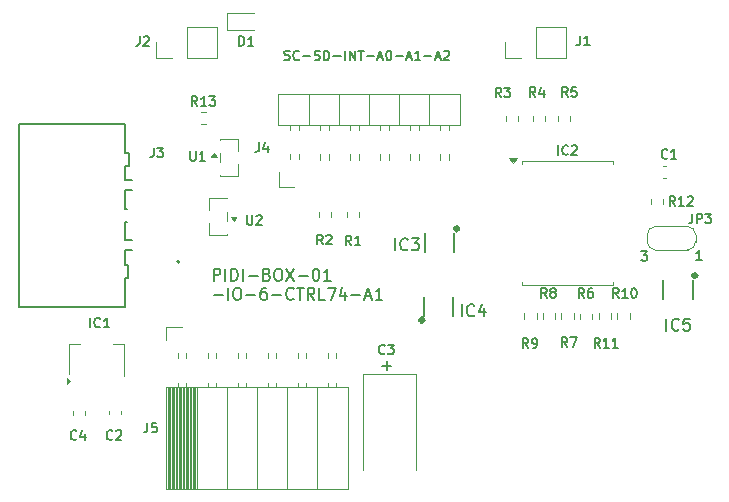
<source format=gbr>
%TF.GenerationSoftware,KiCad,Pcbnew,9.0.6*%
%TF.CreationDate,2025-12-26T20:18:53+00:00*%
%TF.ProjectId,PIDI-BOX-01-IO-6-CTRL74-A1,50494449-2d42-44f5-982d-30312d494f2d,rev?*%
%TF.SameCoordinates,Original*%
%TF.FileFunction,Legend,Top*%
%TF.FilePolarity,Positive*%
%FSLAX46Y46*%
G04 Gerber Fmt 4.6, Leading zero omitted, Abs format (unit mm)*
G04 Created by KiCad (PCBNEW 9.0.6) date 2025-12-26 20:18:53*
%MOMM*%
%LPD*%
G01*
G04 APERTURE LIST*
%ADD10C,0.150000*%
%ADD11C,0.200000*%
%ADD12C,0.120000*%
%ADD13C,0.152400*%
%ADD14C,0.350000*%
G04 APERTURE END LIST*
D10*
X124355464Y-87740200D02*
X124469750Y-87778295D01*
X124469750Y-87778295D02*
X124660226Y-87778295D01*
X124660226Y-87778295D02*
X124736417Y-87740200D01*
X124736417Y-87740200D02*
X124774512Y-87702104D01*
X124774512Y-87702104D02*
X124812607Y-87625914D01*
X124812607Y-87625914D02*
X124812607Y-87549723D01*
X124812607Y-87549723D02*
X124774512Y-87473533D01*
X124774512Y-87473533D02*
X124736417Y-87435438D01*
X124736417Y-87435438D02*
X124660226Y-87397342D01*
X124660226Y-87397342D02*
X124507845Y-87359247D01*
X124507845Y-87359247D02*
X124431655Y-87321152D01*
X124431655Y-87321152D02*
X124393560Y-87283057D01*
X124393560Y-87283057D02*
X124355464Y-87206866D01*
X124355464Y-87206866D02*
X124355464Y-87130676D01*
X124355464Y-87130676D02*
X124393560Y-87054485D01*
X124393560Y-87054485D02*
X124431655Y-87016390D01*
X124431655Y-87016390D02*
X124507845Y-86978295D01*
X124507845Y-86978295D02*
X124698322Y-86978295D01*
X124698322Y-86978295D02*
X124812607Y-87016390D01*
X125612608Y-87702104D02*
X125574512Y-87740200D01*
X125574512Y-87740200D02*
X125460227Y-87778295D01*
X125460227Y-87778295D02*
X125384036Y-87778295D01*
X125384036Y-87778295D02*
X125269750Y-87740200D01*
X125269750Y-87740200D02*
X125193560Y-87664009D01*
X125193560Y-87664009D02*
X125155465Y-87587819D01*
X125155465Y-87587819D02*
X125117369Y-87435438D01*
X125117369Y-87435438D02*
X125117369Y-87321152D01*
X125117369Y-87321152D02*
X125155465Y-87168771D01*
X125155465Y-87168771D02*
X125193560Y-87092580D01*
X125193560Y-87092580D02*
X125269750Y-87016390D01*
X125269750Y-87016390D02*
X125384036Y-86978295D01*
X125384036Y-86978295D02*
X125460227Y-86978295D01*
X125460227Y-86978295D02*
X125574512Y-87016390D01*
X125574512Y-87016390D02*
X125612608Y-87054485D01*
X125955465Y-87473533D02*
X126564989Y-87473533D01*
X126907845Y-87740200D02*
X127022131Y-87778295D01*
X127022131Y-87778295D02*
X127212607Y-87778295D01*
X127212607Y-87778295D02*
X127288798Y-87740200D01*
X127288798Y-87740200D02*
X127326893Y-87702104D01*
X127326893Y-87702104D02*
X127364988Y-87625914D01*
X127364988Y-87625914D02*
X127364988Y-87549723D01*
X127364988Y-87549723D02*
X127326893Y-87473533D01*
X127326893Y-87473533D02*
X127288798Y-87435438D01*
X127288798Y-87435438D02*
X127212607Y-87397342D01*
X127212607Y-87397342D02*
X127060226Y-87359247D01*
X127060226Y-87359247D02*
X126984036Y-87321152D01*
X126984036Y-87321152D02*
X126945941Y-87283057D01*
X126945941Y-87283057D02*
X126907845Y-87206866D01*
X126907845Y-87206866D02*
X126907845Y-87130676D01*
X126907845Y-87130676D02*
X126945941Y-87054485D01*
X126945941Y-87054485D02*
X126984036Y-87016390D01*
X126984036Y-87016390D02*
X127060226Y-86978295D01*
X127060226Y-86978295D02*
X127250703Y-86978295D01*
X127250703Y-86978295D02*
X127364988Y-87016390D01*
X127707846Y-87778295D02*
X127707846Y-86978295D01*
X127707846Y-86978295D02*
X127898322Y-86978295D01*
X127898322Y-86978295D02*
X128012608Y-87016390D01*
X128012608Y-87016390D02*
X128088798Y-87092580D01*
X128088798Y-87092580D02*
X128126893Y-87168771D01*
X128126893Y-87168771D02*
X128164989Y-87321152D01*
X128164989Y-87321152D02*
X128164989Y-87435438D01*
X128164989Y-87435438D02*
X128126893Y-87587819D01*
X128126893Y-87587819D02*
X128088798Y-87664009D01*
X128088798Y-87664009D02*
X128012608Y-87740200D01*
X128012608Y-87740200D02*
X127898322Y-87778295D01*
X127898322Y-87778295D02*
X127707846Y-87778295D01*
X128507846Y-87473533D02*
X129117370Y-87473533D01*
X129498322Y-87778295D02*
X129498322Y-86978295D01*
X129879274Y-87778295D02*
X129879274Y-86978295D01*
X129879274Y-86978295D02*
X130336417Y-87778295D01*
X130336417Y-87778295D02*
X130336417Y-86978295D01*
X130603083Y-86978295D02*
X131060226Y-86978295D01*
X130831654Y-87778295D02*
X130831654Y-86978295D01*
X131326893Y-87473533D02*
X131936417Y-87473533D01*
X132279273Y-87549723D02*
X132660226Y-87549723D01*
X132203083Y-87778295D02*
X132469750Y-86978295D01*
X132469750Y-86978295D02*
X132736416Y-87778295D01*
X133155464Y-86978295D02*
X133231654Y-86978295D01*
X133231654Y-86978295D02*
X133307845Y-87016390D01*
X133307845Y-87016390D02*
X133345940Y-87054485D01*
X133345940Y-87054485D02*
X133384035Y-87130676D01*
X133384035Y-87130676D02*
X133422130Y-87283057D01*
X133422130Y-87283057D02*
X133422130Y-87473533D01*
X133422130Y-87473533D02*
X133384035Y-87625914D01*
X133384035Y-87625914D02*
X133345940Y-87702104D01*
X133345940Y-87702104D02*
X133307845Y-87740200D01*
X133307845Y-87740200D02*
X133231654Y-87778295D01*
X133231654Y-87778295D02*
X133155464Y-87778295D01*
X133155464Y-87778295D02*
X133079273Y-87740200D01*
X133079273Y-87740200D02*
X133041178Y-87702104D01*
X133041178Y-87702104D02*
X133003083Y-87625914D01*
X133003083Y-87625914D02*
X132964987Y-87473533D01*
X132964987Y-87473533D02*
X132964987Y-87283057D01*
X132964987Y-87283057D02*
X133003083Y-87130676D01*
X133003083Y-87130676D02*
X133041178Y-87054485D01*
X133041178Y-87054485D02*
X133079273Y-87016390D01*
X133079273Y-87016390D02*
X133155464Y-86978295D01*
X133764988Y-87473533D02*
X134374512Y-87473533D01*
X134717368Y-87549723D02*
X135098321Y-87549723D01*
X134641178Y-87778295D02*
X134907845Y-86978295D01*
X134907845Y-86978295D02*
X135174511Y-87778295D01*
X135860225Y-87778295D02*
X135403082Y-87778295D01*
X135631654Y-87778295D02*
X135631654Y-86978295D01*
X135631654Y-86978295D02*
X135555463Y-87092580D01*
X135555463Y-87092580D02*
X135479273Y-87168771D01*
X135479273Y-87168771D02*
X135403082Y-87206866D01*
X136203083Y-87473533D02*
X136812607Y-87473533D01*
X137155463Y-87549723D02*
X137536416Y-87549723D01*
X137079273Y-87778295D02*
X137345940Y-86978295D01*
X137345940Y-86978295D02*
X137612606Y-87778295D01*
X137841177Y-87054485D02*
X137879273Y-87016390D01*
X137879273Y-87016390D02*
X137955463Y-86978295D01*
X137955463Y-86978295D02*
X138145939Y-86978295D01*
X138145939Y-86978295D02*
X138222130Y-87016390D01*
X138222130Y-87016390D02*
X138260225Y-87054485D01*
X138260225Y-87054485D02*
X138298320Y-87130676D01*
X138298320Y-87130676D02*
X138298320Y-87206866D01*
X138298320Y-87206866D02*
X138260225Y-87321152D01*
X138260225Y-87321152D02*
X137803082Y-87778295D01*
X137803082Y-87778295D02*
X138298320Y-87778295D01*
X118370579Y-106463875D02*
X118370579Y-105463875D01*
X118370579Y-105463875D02*
X118751531Y-105463875D01*
X118751531Y-105463875D02*
X118846769Y-105511494D01*
X118846769Y-105511494D02*
X118894388Y-105559113D01*
X118894388Y-105559113D02*
X118942007Y-105654351D01*
X118942007Y-105654351D02*
X118942007Y-105797208D01*
X118942007Y-105797208D02*
X118894388Y-105892446D01*
X118894388Y-105892446D02*
X118846769Y-105940065D01*
X118846769Y-105940065D02*
X118751531Y-105987684D01*
X118751531Y-105987684D02*
X118370579Y-105987684D01*
X119370579Y-106463875D02*
X119370579Y-105463875D01*
X119846769Y-106463875D02*
X119846769Y-105463875D01*
X119846769Y-105463875D02*
X120084864Y-105463875D01*
X120084864Y-105463875D02*
X120227721Y-105511494D01*
X120227721Y-105511494D02*
X120322959Y-105606732D01*
X120322959Y-105606732D02*
X120370578Y-105701970D01*
X120370578Y-105701970D02*
X120418197Y-105892446D01*
X120418197Y-105892446D02*
X120418197Y-106035303D01*
X120418197Y-106035303D02*
X120370578Y-106225779D01*
X120370578Y-106225779D02*
X120322959Y-106321017D01*
X120322959Y-106321017D02*
X120227721Y-106416256D01*
X120227721Y-106416256D02*
X120084864Y-106463875D01*
X120084864Y-106463875D02*
X119846769Y-106463875D01*
X120846769Y-106463875D02*
X120846769Y-105463875D01*
X121322959Y-106082922D02*
X122084864Y-106082922D01*
X122894387Y-105940065D02*
X123037244Y-105987684D01*
X123037244Y-105987684D02*
X123084863Y-106035303D01*
X123084863Y-106035303D02*
X123132482Y-106130541D01*
X123132482Y-106130541D02*
X123132482Y-106273398D01*
X123132482Y-106273398D02*
X123084863Y-106368636D01*
X123084863Y-106368636D02*
X123037244Y-106416256D01*
X123037244Y-106416256D02*
X122942006Y-106463875D01*
X122942006Y-106463875D02*
X122561054Y-106463875D01*
X122561054Y-106463875D02*
X122561054Y-105463875D01*
X122561054Y-105463875D02*
X122894387Y-105463875D01*
X122894387Y-105463875D02*
X122989625Y-105511494D01*
X122989625Y-105511494D02*
X123037244Y-105559113D01*
X123037244Y-105559113D02*
X123084863Y-105654351D01*
X123084863Y-105654351D02*
X123084863Y-105749589D01*
X123084863Y-105749589D02*
X123037244Y-105844827D01*
X123037244Y-105844827D02*
X122989625Y-105892446D01*
X122989625Y-105892446D02*
X122894387Y-105940065D01*
X122894387Y-105940065D02*
X122561054Y-105940065D01*
X123751530Y-105463875D02*
X123942006Y-105463875D01*
X123942006Y-105463875D02*
X124037244Y-105511494D01*
X124037244Y-105511494D02*
X124132482Y-105606732D01*
X124132482Y-105606732D02*
X124180101Y-105797208D01*
X124180101Y-105797208D02*
X124180101Y-106130541D01*
X124180101Y-106130541D02*
X124132482Y-106321017D01*
X124132482Y-106321017D02*
X124037244Y-106416256D01*
X124037244Y-106416256D02*
X123942006Y-106463875D01*
X123942006Y-106463875D02*
X123751530Y-106463875D01*
X123751530Y-106463875D02*
X123656292Y-106416256D01*
X123656292Y-106416256D02*
X123561054Y-106321017D01*
X123561054Y-106321017D02*
X123513435Y-106130541D01*
X123513435Y-106130541D02*
X123513435Y-105797208D01*
X123513435Y-105797208D02*
X123561054Y-105606732D01*
X123561054Y-105606732D02*
X123656292Y-105511494D01*
X123656292Y-105511494D02*
X123751530Y-105463875D01*
X124513435Y-105463875D02*
X125180101Y-106463875D01*
X125180101Y-105463875D02*
X124513435Y-106463875D01*
X125561054Y-106082922D02*
X126322959Y-106082922D01*
X126989625Y-105463875D02*
X127084863Y-105463875D01*
X127084863Y-105463875D02*
X127180101Y-105511494D01*
X127180101Y-105511494D02*
X127227720Y-105559113D01*
X127227720Y-105559113D02*
X127275339Y-105654351D01*
X127275339Y-105654351D02*
X127322958Y-105844827D01*
X127322958Y-105844827D02*
X127322958Y-106082922D01*
X127322958Y-106082922D02*
X127275339Y-106273398D01*
X127275339Y-106273398D02*
X127227720Y-106368636D01*
X127227720Y-106368636D02*
X127180101Y-106416256D01*
X127180101Y-106416256D02*
X127084863Y-106463875D01*
X127084863Y-106463875D02*
X126989625Y-106463875D01*
X126989625Y-106463875D02*
X126894387Y-106416256D01*
X126894387Y-106416256D02*
X126846768Y-106368636D01*
X126846768Y-106368636D02*
X126799149Y-106273398D01*
X126799149Y-106273398D02*
X126751530Y-106082922D01*
X126751530Y-106082922D02*
X126751530Y-105844827D01*
X126751530Y-105844827D02*
X126799149Y-105654351D01*
X126799149Y-105654351D02*
X126846768Y-105559113D01*
X126846768Y-105559113D02*
X126894387Y-105511494D01*
X126894387Y-105511494D02*
X126989625Y-105463875D01*
X128275339Y-106463875D02*
X127703911Y-106463875D01*
X127989625Y-106463875D02*
X127989625Y-105463875D01*
X127989625Y-105463875D02*
X127894387Y-105606732D01*
X127894387Y-105606732D02*
X127799149Y-105701970D01*
X127799149Y-105701970D02*
X127703911Y-105749589D01*
X118370579Y-107692866D02*
X119132484Y-107692866D01*
X119608674Y-108073819D02*
X119608674Y-107073819D01*
X120275340Y-107073819D02*
X120465816Y-107073819D01*
X120465816Y-107073819D02*
X120561054Y-107121438D01*
X120561054Y-107121438D02*
X120656292Y-107216676D01*
X120656292Y-107216676D02*
X120703911Y-107407152D01*
X120703911Y-107407152D02*
X120703911Y-107740485D01*
X120703911Y-107740485D02*
X120656292Y-107930961D01*
X120656292Y-107930961D02*
X120561054Y-108026200D01*
X120561054Y-108026200D02*
X120465816Y-108073819D01*
X120465816Y-108073819D02*
X120275340Y-108073819D01*
X120275340Y-108073819D02*
X120180102Y-108026200D01*
X120180102Y-108026200D02*
X120084864Y-107930961D01*
X120084864Y-107930961D02*
X120037245Y-107740485D01*
X120037245Y-107740485D02*
X120037245Y-107407152D01*
X120037245Y-107407152D02*
X120084864Y-107216676D01*
X120084864Y-107216676D02*
X120180102Y-107121438D01*
X120180102Y-107121438D02*
X120275340Y-107073819D01*
X121132483Y-107692866D02*
X121894388Y-107692866D01*
X122799149Y-107073819D02*
X122608673Y-107073819D01*
X122608673Y-107073819D02*
X122513435Y-107121438D01*
X122513435Y-107121438D02*
X122465816Y-107169057D01*
X122465816Y-107169057D02*
X122370578Y-107311914D01*
X122370578Y-107311914D02*
X122322959Y-107502390D01*
X122322959Y-107502390D02*
X122322959Y-107883342D01*
X122322959Y-107883342D02*
X122370578Y-107978580D01*
X122370578Y-107978580D02*
X122418197Y-108026200D01*
X122418197Y-108026200D02*
X122513435Y-108073819D01*
X122513435Y-108073819D02*
X122703911Y-108073819D01*
X122703911Y-108073819D02*
X122799149Y-108026200D01*
X122799149Y-108026200D02*
X122846768Y-107978580D01*
X122846768Y-107978580D02*
X122894387Y-107883342D01*
X122894387Y-107883342D02*
X122894387Y-107645247D01*
X122894387Y-107645247D02*
X122846768Y-107550009D01*
X122846768Y-107550009D02*
X122799149Y-107502390D01*
X122799149Y-107502390D02*
X122703911Y-107454771D01*
X122703911Y-107454771D02*
X122513435Y-107454771D01*
X122513435Y-107454771D02*
X122418197Y-107502390D01*
X122418197Y-107502390D02*
X122370578Y-107550009D01*
X122370578Y-107550009D02*
X122322959Y-107645247D01*
X123322959Y-107692866D02*
X124084864Y-107692866D01*
X125132482Y-107978580D02*
X125084863Y-108026200D01*
X125084863Y-108026200D02*
X124942006Y-108073819D01*
X124942006Y-108073819D02*
X124846768Y-108073819D01*
X124846768Y-108073819D02*
X124703911Y-108026200D01*
X124703911Y-108026200D02*
X124608673Y-107930961D01*
X124608673Y-107930961D02*
X124561054Y-107835723D01*
X124561054Y-107835723D02*
X124513435Y-107645247D01*
X124513435Y-107645247D02*
X124513435Y-107502390D01*
X124513435Y-107502390D02*
X124561054Y-107311914D01*
X124561054Y-107311914D02*
X124608673Y-107216676D01*
X124608673Y-107216676D02*
X124703911Y-107121438D01*
X124703911Y-107121438D02*
X124846768Y-107073819D01*
X124846768Y-107073819D02*
X124942006Y-107073819D01*
X124942006Y-107073819D02*
X125084863Y-107121438D01*
X125084863Y-107121438D02*
X125132482Y-107169057D01*
X125418197Y-107073819D02*
X125989625Y-107073819D01*
X125703911Y-108073819D02*
X125703911Y-107073819D01*
X126894387Y-108073819D02*
X126561054Y-107597628D01*
X126322959Y-108073819D02*
X126322959Y-107073819D01*
X126322959Y-107073819D02*
X126703911Y-107073819D01*
X126703911Y-107073819D02*
X126799149Y-107121438D01*
X126799149Y-107121438D02*
X126846768Y-107169057D01*
X126846768Y-107169057D02*
X126894387Y-107264295D01*
X126894387Y-107264295D02*
X126894387Y-107407152D01*
X126894387Y-107407152D02*
X126846768Y-107502390D01*
X126846768Y-107502390D02*
X126799149Y-107550009D01*
X126799149Y-107550009D02*
X126703911Y-107597628D01*
X126703911Y-107597628D02*
X126322959Y-107597628D01*
X127799149Y-108073819D02*
X127322959Y-108073819D01*
X127322959Y-108073819D02*
X127322959Y-107073819D01*
X128037245Y-107073819D02*
X128703911Y-107073819D01*
X128703911Y-107073819D02*
X128275340Y-108073819D01*
X129513435Y-107407152D02*
X129513435Y-108073819D01*
X129275340Y-107026200D02*
X129037245Y-107740485D01*
X129037245Y-107740485D02*
X129656292Y-107740485D01*
X130037245Y-107692866D02*
X130799150Y-107692866D01*
X131227721Y-107788104D02*
X131703911Y-107788104D01*
X131132483Y-108073819D02*
X131465816Y-107073819D01*
X131465816Y-107073819D02*
X131799149Y-108073819D01*
X132656292Y-108073819D02*
X132084864Y-108073819D01*
X132370578Y-108073819D02*
X132370578Y-107073819D01*
X132370578Y-107073819D02*
X132275340Y-107216676D01*
X132275340Y-107216676D02*
X132180102Y-107311914D01*
X132180102Y-107311914D02*
X132084864Y-107359533D01*
D11*
X132652873Y-113684666D02*
X133414778Y-113684666D01*
X133033825Y-114065619D02*
X133033825Y-113303714D01*
D10*
X157422914Y-100133495D02*
X157156247Y-99752542D01*
X156965771Y-100133495D02*
X156965771Y-99333495D01*
X156965771Y-99333495D02*
X157270533Y-99333495D01*
X157270533Y-99333495D02*
X157346723Y-99371590D01*
X157346723Y-99371590D02*
X157384818Y-99409685D01*
X157384818Y-99409685D02*
X157422914Y-99485876D01*
X157422914Y-99485876D02*
X157422914Y-99600161D01*
X157422914Y-99600161D02*
X157384818Y-99676352D01*
X157384818Y-99676352D02*
X157346723Y-99714447D01*
X157346723Y-99714447D02*
X157270533Y-99752542D01*
X157270533Y-99752542D02*
X156965771Y-99752542D01*
X158184818Y-100133495D02*
X157727675Y-100133495D01*
X157956247Y-100133495D02*
X157956247Y-99333495D01*
X157956247Y-99333495D02*
X157880056Y-99447780D01*
X157880056Y-99447780D02*
X157803866Y-99523971D01*
X157803866Y-99523971D02*
X157727675Y-99562066D01*
X158489580Y-99409685D02*
X158527676Y-99371590D01*
X158527676Y-99371590D02*
X158603866Y-99333495D01*
X158603866Y-99333495D02*
X158794342Y-99333495D01*
X158794342Y-99333495D02*
X158870533Y-99371590D01*
X158870533Y-99371590D02*
X158908628Y-99409685D01*
X158908628Y-99409685D02*
X158946723Y-99485876D01*
X158946723Y-99485876D02*
X158946723Y-99562066D01*
X158946723Y-99562066D02*
X158908628Y-99676352D01*
X158908628Y-99676352D02*
X158451485Y-100133495D01*
X158451485Y-100133495D02*
X158946723Y-100133495D01*
X151072914Y-112122295D02*
X150806247Y-111741342D01*
X150615771Y-112122295D02*
X150615771Y-111322295D01*
X150615771Y-111322295D02*
X150920533Y-111322295D01*
X150920533Y-111322295D02*
X150996723Y-111360390D01*
X150996723Y-111360390D02*
X151034818Y-111398485D01*
X151034818Y-111398485D02*
X151072914Y-111474676D01*
X151072914Y-111474676D02*
X151072914Y-111588961D01*
X151072914Y-111588961D02*
X151034818Y-111665152D01*
X151034818Y-111665152D02*
X150996723Y-111703247D01*
X150996723Y-111703247D02*
X150920533Y-111741342D01*
X150920533Y-111741342D02*
X150615771Y-111741342D01*
X151834818Y-112122295D02*
X151377675Y-112122295D01*
X151606247Y-112122295D02*
X151606247Y-111322295D01*
X151606247Y-111322295D02*
X151530056Y-111436580D01*
X151530056Y-111436580D02*
X151453866Y-111512771D01*
X151453866Y-111512771D02*
X151377675Y-111550866D01*
X152596723Y-112122295D02*
X152139580Y-112122295D01*
X152368152Y-112122295D02*
X152368152Y-111322295D01*
X152368152Y-111322295D02*
X152291961Y-111436580D01*
X152291961Y-111436580D02*
X152215771Y-111512771D01*
X152215771Y-111512771D02*
X152139580Y-111550866D01*
X130016267Y-103460895D02*
X129749600Y-103079942D01*
X129559124Y-103460895D02*
X129559124Y-102660895D01*
X129559124Y-102660895D02*
X129863886Y-102660895D01*
X129863886Y-102660895D02*
X129940076Y-102698990D01*
X129940076Y-102698990D02*
X129978171Y-102737085D01*
X129978171Y-102737085D02*
X130016267Y-102813276D01*
X130016267Y-102813276D02*
X130016267Y-102927561D01*
X130016267Y-102927561D02*
X129978171Y-103003752D01*
X129978171Y-103003752D02*
X129940076Y-103041847D01*
X129940076Y-103041847D02*
X129863886Y-103079942D01*
X129863886Y-103079942D02*
X129559124Y-103079942D01*
X130778171Y-103460895D02*
X130321028Y-103460895D01*
X130549600Y-103460895D02*
X130549600Y-102660895D01*
X130549600Y-102660895D02*
X130473409Y-102775180D01*
X130473409Y-102775180D02*
X130397219Y-102851371D01*
X130397219Y-102851371D02*
X130321028Y-102889466D01*
X122212133Y-94761495D02*
X122212133Y-95332923D01*
X122212133Y-95332923D02*
X122174038Y-95447209D01*
X122174038Y-95447209D02*
X122097847Y-95523400D01*
X122097847Y-95523400D02*
X121983562Y-95561495D01*
X121983562Y-95561495D02*
X121907371Y-95561495D01*
X122935943Y-95028161D02*
X122935943Y-95561495D01*
X122745467Y-94723400D02*
X122554990Y-95294828D01*
X122554990Y-95294828D02*
X123050229Y-95294828D01*
X145611867Y-90887895D02*
X145345200Y-90506942D01*
X145154724Y-90887895D02*
X145154724Y-90087895D01*
X145154724Y-90087895D02*
X145459486Y-90087895D01*
X145459486Y-90087895D02*
X145535676Y-90125990D01*
X145535676Y-90125990D02*
X145573771Y-90164085D01*
X145573771Y-90164085D02*
X145611867Y-90240276D01*
X145611867Y-90240276D02*
X145611867Y-90354561D01*
X145611867Y-90354561D02*
X145573771Y-90430752D01*
X145573771Y-90430752D02*
X145535676Y-90468847D01*
X145535676Y-90468847D02*
X145459486Y-90506942D01*
X145459486Y-90506942D02*
X145154724Y-90506942D01*
X146297581Y-90354561D02*
X146297581Y-90887895D01*
X146107105Y-90049800D02*
X145916628Y-90621228D01*
X145916628Y-90621228D02*
X146411867Y-90621228D01*
X158896133Y-100806695D02*
X158896133Y-101378123D01*
X158896133Y-101378123D02*
X158858038Y-101492409D01*
X158858038Y-101492409D02*
X158781847Y-101568600D01*
X158781847Y-101568600D02*
X158667562Y-101606695D01*
X158667562Y-101606695D02*
X158591371Y-101606695D01*
X159277086Y-101606695D02*
X159277086Y-100806695D01*
X159277086Y-100806695D02*
X159581848Y-100806695D01*
X159581848Y-100806695D02*
X159658038Y-100844790D01*
X159658038Y-100844790D02*
X159696133Y-100882885D01*
X159696133Y-100882885D02*
X159734229Y-100959076D01*
X159734229Y-100959076D02*
X159734229Y-101073361D01*
X159734229Y-101073361D02*
X159696133Y-101149552D01*
X159696133Y-101149552D02*
X159658038Y-101187647D01*
X159658038Y-101187647D02*
X159581848Y-101225742D01*
X159581848Y-101225742D02*
X159277086Y-101225742D01*
X160000895Y-100806695D02*
X160496133Y-100806695D01*
X160496133Y-100806695D02*
X160229467Y-101111457D01*
X160229467Y-101111457D02*
X160343752Y-101111457D01*
X160343752Y-101111457D02*
X160419943Y-101149552D01*
X160419943Y-101149552D02*
X160458038Y-101187647D01*
X160458038Y-101187647D02*
X160496133Y-101263838D01*
X160496133Y-101263838D02*
X160496133Y-101454314D01*
X160496133Y-101454314D02*
X160458038Y-101530504D01*
X160458038Y-101530504D02*
X160419943Y-101568600D01*
X160419943Y-101568600D02*
X160343752Y-101606695D01*
X160343752Y-101606695D02*
X160115181Y-101606695D01*
X160115181Y-101606695D02*
X160038990Y-101568600D01*
X160038990Y-101568600D02*
X160000895Y-101530504D01*
X159689771Y-104705495D02*
X159232628Y-104705495D01*
X159461200Y-104705495D02*
X159461200Y-103905495D01*
X159461200Y-103905495D02*
X159385009Y-104019780D01*
X159385009Y-104019780D02*
X159308819Y-104095971D01*
X159308819Y-104095971D02*
X159232628Y-104134066D01*
X154571733Y-103956295D02*
X155066971Y-103956295D01*
X155066971Y-103956295D02*
X154800305Y-104261057D01*
X154800305Y-104261057D02*
X154914590Y-104261057D01*
X154914590Y-104261057D02*
X154990781Y-104299152D01*
X154990781Y-104299152D02*
X155028876Y-104337247D01*
X155028876Y-104337247D02*
X155066971Y-104413438D01*
X155066971Y-104413438D02*
X155066971Y-104603914D01*
X155066971Y-104603914D02*
X155028876Y-104680104D01*
X155028876Y-104680104D02*
X154990781Y-104718200D01*
X154990781Y-104718200D02*
X154914590Y-104756295D01*
X154914590Y-104756295D02*
X154686019Y-104756295D01*
X154686019Y-104756295D02*
X154609828Y-104718200D01*
X154609828Y-104718200D02*
X154571733Y-104680104D01*
X127615867Y-103396695D02*
X127349200Y-103015742D01*
X127158724Y-103396695D02*
X127158724Y-102596695D01*
X127158724Y-102596695D02*
X127463486Y-102596695D01*
X127463486Y-102596695D02*
X127539676Y-102634790D01*
X127539676Y-102634790D02*
X127577771Y-102672885D01*
X127577771Y-102672885D02*
X127615867Y-102749076D01*
X127615867Y-102749076D02*
X127615867Y-102863361D01*
X127615867Y-102863361D02*
X127577771Y-102939552D01*
X127577771Y-102939552D02*
X127539676Y-102977647D01*
X127539676Y-102977647D02*
X127463486Y-103015742D01*
X127463486Y-103015742D02*
X127158724Y-103015742D01*
X127920628Y-102672885D02*
X127958724Y-102634790D01*
X127958724Y-102634790D02*
X128034914Y-102596695D01*
X128034914Y-102596695D02*
X128225390Y-102596695D01*
X128225390Y-102596695D02*
X128301581Y-102634790D01*
X128301581Y-102634790D02*
X128339676Y-102672885D01*
X128339676Y-102672885D02*
X128377771Y-102749076D01*
X128377771Y-102749076D02*
X128377771Y-102825266D01*
X128377771Y-102825266D02*
X128339676Y-102939552D01*
X128339676Y-102939552D02*
X127882533Y-103396695D01*
X127882533Y-103396695D02*
X128377771Y-103396695D01*
X116382876Y-95523495D02*
X116382876Y-96171114D01*
X116382876Y-96171114D02*
X116420971Y-96247304D01*
X116420971Y-96247304D02*
X116459066Y-96285400D01*
X116459066Y-96285400D02*
X116535257Y-96323495D01*
X116535257Y-96323495D02*
X116687638Y-96323495D01*
X116687638Y-96323495D02*
X116763828Y-96285400D01*
X116763828Y-96285400D02*
X116801923Y-96247304D01*
X116801923Y-96247304D02*
X116840019Y-96171114D01*
X116840019Y-96171114D02*
X116840019Y-95523495D01*
X117640018Y-96323495D02*
X117182875Y-96323495D01*
X117411447Y-96323495D02*
X117411447Y-95523495D01*
X117411447Y-95523495D02*
X117335256Y-95637780D01*
X117335256Y-95637780D02*
X117259066Y-95713971D01*
X117259066Y-95713971D02*
X117182875Y-95752066D01*
X121183476Y-100933695D02*
X121183476Y-101581314D01*
X121183476Y-101581314D02*
X121221571Y-101657504D01*
X121221571Y-101657504D02*
X121259666Y-101695600D01*
X121259666Y-101695600D02*
X121335857Y-101733695D01*
X121335857Y-101733695D02*
X121488238Y-101733695D01*
X121488238Y-101733695D02*
X121564428Y-101695600D01*
X121564428Y-101695600D02*
X121602523Y-101657504D01*
X121602523Y-101657504D02*
X121640619Y-101581314D01*
X121640619Y-101581314D02*
X121640619Y-100933695D01*
X121983475Y-101009885D02*
X122021571Y-100971790D01*
X122021571Y-100971790D02*
X122097761Y-100933695D01*
X122097761Y-100933695D02*
X122288237Y-100933695D01*
X122288237Y-100933695D02*
X122364428Y-100971790D01*
X122364428Y-100971790D02*
X122402523Y-101009885D01*
X122402523Y-101009885D02*
X122440618Y-101086076D01*
X122440618Y-101086076D02*
X122440618Y-101162266D01*
X122440618Y-101162266D02*
X122402523Y-101276552D01*
X122402523Y-101276552D02*
X121945380Y-101733695D01*
X121945380Y-101733695D02*
X122440618Y-101733695D01*
X113283998Y-95217089D02*
X113283998Y-95788517D01*
X113283998Y-95788517D02*
X113245903Y-95902803D01*
X113245903Y-95902803D02*
X113169712Y-95978994D01*
X113169712Y-95978994D02*
X113055427Y-96017089D01*
X113055427Y-96017089D02*
X112979236Y-96017089D01*
X113588760Y-95217089D02*
X114083998Y-95217089D01*
X114083998Y-95217089D02*
X113817332Y-95521851D01*
X113817332Y-95521851D02*
X113931617Y-95521851D01*
X113931617Y-95521851D02*
X114007808Y-95559946D01*
X114007808Y-95559946D02*
X114045903Y-95598041D01*
X114045903Y-95598041D02*
X114083998Y-95674232D01*
X114083998Y-95674232D02*
X114083998Y-95864708D01*
X114083998Y-95864708D02*
X114045903Y-95940898D01*
X114045903Y-95940898D02*
X114007808Y-95978994D01*
X114007808Y-95978994D02*
X113931617Y-96017089D01*
X113931617Y-96017089D02*
X113703046Y-96017089D01*
X113703046Y-96017089D02*
X113626855Y-95978994D01*
X113626855Y-95978994D02*
X113588760Y-95940898D01*
X142716267Y-90938695D02*
X142449600Y-90557742D01*
X142259124Y-90938695D02*
X142259124Y-90138695D01*
X142259124Y-90138695D02*
X142563886Y-90138695D01*
X142563886Y-90138695D02*
X142640076Y-90176790D01*
X142640076Y-90176790D02*
X142678171Y-90214885D01*
X142678171Y-90214885D02*
X142716267Y-90291076D01*
X142716267Y-90291076D02*
X142716267Y-90405361D01*
X142716267Y-90405361D02*
X142678171Y-90481552D01*
X142678171Y-90481552D02*
X142640076Y-90519647D01*
X142640076Y-90519647D02*
X142563886Y-90557742D01*
X142563886Y-90557742D02*
X142259124Y-90557742D01*
X142982933Y-90138695D02*
X143478171Y-90138695D01*
X143478171Y-90138695D02*
X143211505Y-90443457D01*
X143211505Y-90443457D02*
X143325790Y-90443457D01*
X143325790Y-90443457D02*
X143401981Y-90481552D01*
X143401981Y-90481552D02*
X143440076Y-90519647D01*
X143440076Y-90519647D02*
X143478171Y-90595838D01*
X143478171Y-90595838D02*
X143478171Y-90786314D01*
X143478171Y-90786314D02*
X143440076Y-90862504D01*
X143440076Y-90862504D02*
X143401981Y-90900600D01*
X143401981Y-90900600D02*
X143325790Y-90938695D01*
X143325790Y-90938695D02*
X143097219Y-90938695D01*
X143097219Y-90938695D02*
X143021028Y-90900600D01*
X143021028Y-90900600D02*
X142982933Y-90862504D01*
X156787867Y-96044104D02*
X156749771Y-96082200D01*
X156749771Y-96082200D02*
X156635486Y-96120295D01*
X156635486Y-96120295D02*
X156559295Y-96120295D01*
X156559295Y-96120295D02*
X156445009Y-96082200D01*
X156445009Y-96082200D02*
X156368819Y-96006009D01*
X156368819Y-96006009D02*
X156330724Y-95929819D01*
X156330724Y-95929819D02*
X156292628Y-95777438D01*
X156292628Y-95777438D02*
X156292628Y-95663152D01*
X156292628Y-95663152D02*
X156330724Y-95510771D01*
X156330724Y-95510771D02*
X156368819Y-95434580D01*
X156368819Y-95434580D02*
X156445009Y-95358390D01*
X156445009Y-95358390D02*
X156559295Y-95320295D01*
X156559295Y-95320295D02*
X156635486Y-95320295D01*
X156635486Y-95320295D02*
X156749771Y-95358390D01*
X156749771Y-95358390D02*
X156787867Y-95396485D01*
X157549771Y-96120295D02*
X157092628Y-96120295D01*
X157321200Y-96120295D02*
X157321200Y-95320295D01*
X157321200Y-95320295D02*
X157245009Y-95434580D01*
X157245009Y-95434580D02*
X157168819Y-95510771D01*
X157168819Y-95510771D02*
X157092628Y-95548866D01*
X149390133Y-85719095D02*
X149390133Y-86290523D01*
X149390133Y-86290523D02*
X149352038Y-86404809D01*
X149352038Y-86404809D02*
X149275847Y-86481000D01*
X149275847Y-86481000D02*
X149161562Y-86519095D01*
X149161562Y-86519095D02*
X149085371Y-86519095D01*
X150190133Y-86519095D02*
X149732990Y-86519095D01*
X149961562Y-86519095D02*
X149961562Y-85719095D01*
X149961562Y-85719095D02*
X149885371Y-85833380D01*
X149885371Y-85833380D02*
X149809181Y-85909571D01*
X149809181Y-85909571D02*
X149732990Y-85947666D01*
X148304267Y-112071495D02*
X148037600Y-111690542D01*
X147847124Y-112071495D02*
X147847124Y-111271495D01*
X147847124Y-111271495D02*
X148151886Y-111271495D01*
X148151886Y-111271495D02*
X148228076Y-111309590D01*
X148228076Y-111309590D02*
X148266171Y-111347685D01*
X148266171Y-111347685D02*
X148304267Y-111423876D01*
X148304267Y-111423876D02*
X148304267Y-111538161D01*
X148304267Y-111538161D02*
X148266171Y-111614352D01*
X148266171Y-111614352D02*
X148228076Y-111652447D01*
X148228076Y-111652447D02*
X148151886Y-111690542D01*
X148151886Y-111690542D02*
X147847124Y-111690542D01*
X148570933Y-111271495D02*
X149104267Y-111271495D01*
X149104267Y-111271495D02*
X148761409Y-112071495D01*
X152647714Y-107905895D02*
X152381047Y-107524942D01*
X152190571Y-107905895D02*
X152190571Y-107105895D01*
X152190571Y-107105895D02*
X152495333Y-107105895D01*
X152495333Y-107105895D02*
X152571523Y-107143990D01*
X152571523Y-107143990D02*
X152609618Y-107182085D01*
X152609618Y-107182085D02*
X152647714Y-107258276D01*
X152647714Y-107258276D02*
X152647714Y-107372561D01*
X152647714Y-107372561D02*
X152609618Y-107448752D01*
X152609618Y-107448752D02*
X152571523Y-107486847D01*
X152571523Y-107486847D02*
X152495333Y-107524942D01*
X152495333Y-107524942D02*
X152190571Y-107524942D01*
X153409618Y-107905895D02*
X152952475Y-107905895D01*
X153181047Y-107905895D02*
X153181047Y-107105895D01*
X153181047Y-107105895D02*
X153104856Y-107220180D01*
X153104856Y-107220180D02*
X153028666Y-107296371D01*
X153028666Y-107296371D02*
X152952475Y-107334466D01*
X153904857Y-107105895D02*
X153981047Y-107105895D01*
X153981047Y-107105895D02*
X154057238Y-107143990D01*
X154057238Y-107143990D02*
X154095333Y-107182085D01*
X154095333Y-107182085D02*
X154133428Y-107258276D01*
X154133428Y-107258276D02*
X154171523Y-107410657D01*
X154171523Y-107410657D02*
X154171523Y-107601133D01*
X154171523Y-107601133D02*
X154133428Y-107753514D01*
X154133428Y-107753514D02*
X154095333Y-107829704D01*
X154095333Y-107829704D02*
X154057238Y-107867800D01*
X154057238Y-107867800D02*
X153981047Y-107905895D01*
X153981047Y-107905895D02*
X153904857Y-107905895D01*
X153904857Y-107905895D02*
X153828666Y-107867800D01*
X153828666Y-107867800D02*
X153790571Y-107829704D01*
X153790571Y-107829704D02*
X153752476Y-107753514D01*
X153752476Y-107753514D02*
X153714380Y-107601133D01*
X153714380Y-107601133D02*
X153714380Y-107410657D01*
X153714380Y-107410657D02*
X153752476Y-107258276D01*
X153752476Y-107258276D02*
X153790571Y-107182085D01*
X153790571Y-107182085D02*
X153828666Y-107143990D01*
X153828666Y-107143990D02*
X153904857Y-107105895D01*
X107931048Y-110420495D02*
X107931048Y-109620495D01*
X108769143Y-110344304D02*
X108731047Y-110382400D01*
X108731047Y-110382400D02*
X108616762Y-110420495D01*
X108616762Y-110420495D02*
X108540571Y-110420495D01*
X108540571Y-110420495D02*
X108426285Y-110382400D01*
X108426285Y-110382400D02*
X108350095Y-110306209D01*
X108350095Y-110306209D02*
X108312000Y-110230019D01*
X108312000Y-110230019D02*
X108273904Y-110077638D01*
X108273904Y-110077638D02*
X108273904Y-109963352D01*
X108273904Y-109963352D02*
X108312000Y-109810971D01*
X108312000Y-109810971D02*
X108350095Y-109734780D01*
X108350095Y-109734780D02*
X108426285Y-109658590D01*
X108426285Y-109658590D02*
X108540571Y-109620495D01*
X108540571Y-109620495D02*
X108616762Y-109620495D01*
X108616762Y-109620495D02*
X108731047Y-109658590D01*
X108731047Y-109658590D02*
X108769143Y-109696685D01*
X109531047Y-110420495D02*
X109073904Y-110420495D01*
X109302476Y-110420495D02*
X109302476Y-109620495D01*
X109302476Y-109620495D02*
X109226285Y-109734780D01*
X109226285Y-109734780D02*
X109150095Y-109810971D01*
X109150095Y-109810971D02*
X109073904Y-109849066D01*
X106749867Y-119869304D02*
X106711771Y-119907400D01*
X106711771Y-119907400D02*
X106597486Y-119945495D01*
X106597486Y-119945495D02*
X106521295Y-119945495D01*
X106521295Y-119945495D02*
X106407009Y-119907400D01*
X106407009Y-119907400D02*
X106330819Y-119831209D01*
X106330819Y-119831209D02*
X106292724Y-119755019D01*
X106292724Y-119755019D02*
X106254628Y-119602638D01*
X106254628Y-119602638D02*
X106254628Y-119488352D01*
X106254628Y-119488352D02*
X106292724Y-119335971D01*
X106292724Y-119335971D02*
X106330819Y-119259780D01*
X106330819Y-119259780D02*
X106407009Y-119183590D01*
X106407009Y-119183590D02*
X106521295Y-119145495D01*
X106521295Y-119145495D02*
X106597486Y-119145495D01*
X106597486Y-119145495D02*
X106711771Y-119183590D01*
X106711771Y-119183590D02*
X106749867Y-119221685D01*
X107435581Y-119412161D02*
X107435581Y-119945495D01*
X107245105Y-119107400D02*
X107054628Y-119678828D01*
X107054628Y-119678828D02*
X107549867Y-119678828D01*
X112763333Y-118511895D02*
X112763333Y-119083323D01*
X112763333Y-119083323D02*
X112725238Y-119197609D01*
X112725238Y-119197609D02*
X112649047Y-119273800D01*
X112649047Y-119273800D02*
X112534762Y-119311895D01*
X112534762Y-119311895D02*
X112458571Y-119311895D01*
X113525238Y-118511895D02*
X113144286Y-118511895D01*
X113144286Y-118511895D02*
X113106190Y-118892847D01*
X113106190Y-118892847D02*
X113144286Y-118854752D01*
X113144286Y-118854752D02*
X113220476Y-118816657D01*
X113220476Y-118816657D02*
X113410952Y-118816657D01*
X113410952Y-118816657D02*
X113487143Y-118854752D01*
X113487143Y-118854752D02*
X113525238Y-118892847D01*
X113525238Y-118892847D02*
X113563333Y-118969038D01*
X113563333Y-118969038D02*
X113563333Y-119159514D01*
X113563333Y-119159514D02*
X113525238Y-119235704D01*
X113525238Y-119235704D02*
X113487143Y-119273800D01*
X113487143Y-119273800D02*
X113410952Y-119311895D01*
X113410952Y-119311895D02*
X113220476Y-119311895D01*
X113220476Y-119311895D02*
X113144286Y-119273800D01*
X113144286Y-119273800D02*
X113106190Y-119235704D01*
X145002267Y-112122295D02*
X144735600Y-111741342D01*
X144545124Y-112122295D02*
X144545124Y-111322295D01*
X144545124Y-111322295D02*
X144849886Y-111322295D01*
X144849886Y-111322295D02*
X144926076Y-111360390D01*
X144926076Y-111360390D02*
X144964171Y-111398485D01*
X144964171Y-111398485D02*
X145002267Y-111474676D01*
X145002267Y-111474676D02*
X145002267Y-111588961D01*
X145002267Y-111588961D02*
X144964171Y-111665152D01*
X144964171Y-111665152D02*
X144926076Y-111703247D01*
X144926076Y-111703247D02*
X144849886Y-111741342D01*
X144849886Y-111741342D02*
X144545124Y-111741342D01*
X145383219Y-112122295D02*
X145535600Y-112122295D01*
X145535600Y-112122295D02*
X145611790Y-112084200D01*
X145611790Y-112084200D02*
X145649886Y-112046104D01*
X145649886Y-112046104D02*
X145726076Y-111931819D01*
X145726076Y-111931819D02*
X145764171Y-111779438D01*
X145764171Y-111779438D02*
X145764171Y-111474676D01*
X145764171Y-111474676D02*
X145726076Y-111398485D01*
X145726076Y-111398485D02*
X145687981Y-111360390D01*
X145687981Y-111360390D02*
X145611790Y-111322295D01*
X145611790Y-111322295D02*
X145459409Y-111322295D01*
X145459409Y-111322295D02*
X145383219Y-111360390D01*
X145383219Y-111360390D02*
X145345124Y-111398485D01*
X145345124Y-111398485D02*
X145307028Y-111474676D01*
X145307028Y-111474676D02*
X145307028Y-111665152D01*
X145307028Y-111665152D02*
X145345124Y-111741342D01*
X145345124Y-111741342D02*
X145383219Y-111779438D01*
X145383219Y-111779438D02*
X145459409Y-111817533D01*
X145459409Y-111817533D02*
X145611790Y-111817533D01*
X145611790Y-111817533D02*
X145687981Y-111779438D01*
X145687981Y-111779438D02*
X145726076Y-111741342D01*
X145726076Y-111741342D02*
X145764171Y-111665152D01*
X148355067Y-90887895D02*
X148088400Y-90506942D01*
X147897924Y-90887895D02*
X147897924Y-90087895D01*
X147897924Y-90087895D02*
X148202686Y-90087895D01*
X148202686Y-90087895D02*
X148278876Y-90125990D01*
X148278876Y-90125990D02*
X148316971Y-90164085D01*
X148316971Y-90164085D02*
X148355067Y-90240276D01*
X148355067Y-90240276D02*
X148355067Y-90354561D01*
X148355067Y-90354561D02*
X148316971Y-90430752D01*
X148316971Y-90430752D02*
X148278876Y-90468847D01*
X148278876Y-90468847D02*
X148202686Y-90506942D01*
X148202686Y-90506942D02*
X147897924Y-90506942D01*
X149078876Y-90087895D02*
X148697924Y-90087895D01*
X148697924Y-90087895D02*
X148659828Y-90468847D01*
X148659828Y-90468847D02*
X148697924Y-90430752D01*
X148697924Y-90430752D02*
X148774114Y-90392657D01*
X148774114Y-90392657D02*
X148964590Y-90392657D01*
X148964590Y-90392657D02*
X149040781Y-90430752D01*
X149040781Y-90430752D02*
X149078876Y-90468847D01*
X149078876Y-90468847D02*
X149116971Y-90545038D01*
X149116971Y-90545038D02*
X149116971Y-90735514D01*
X149116971Y-90735514D02*
X149078876Y-90811704D01*
X149078876Y-90811704D02*
X149040781Y-90849800D01*
X149040781Y-90849800D02*
X148964590Y-90887895D01*
X148964590Y-90887895D02*
X148774114Y-90887895D01*
X148774114Y-90887895D02*
X148697924Y-90849800D01*
X148697924Y-90849800D02*
X148659828Y-90811704D01*
X116986114Y-91642295D02*
X116719447Y-91261342D01*
X116528971Y-91642295D02*
X116528971Y-90842295D01*
X116528971Y-90842295D02*
X116833733Y-90842295D01*
X116833733Y-90842295D02*
X116909923Y-90880390D01*
X116909923Y-90880390D02*
X116948018Y-90918485D01*
X116948018Y-90918485D02*
X116986114Y-90994676D01*
X116986114Y-90994676D02*
X116986114Y-91108961D01*
X116986114Y-91108961D02*
X116948018Y-91185152D01*
X116948018Y-91185152D02*
X116909923Y-91223247D01*
X116909923Y-91223247D02*
X116833733Y-91261342D01*
X116833733Y-91261342D02*
X116528971Y-91261342D01*
X117748018Y-91642295D02*
X117290875Y-91642295D01*
X117519447Y-91642295D02*
X117519447Y-90842295D01*
X117519447Y-90842295D02*
X117443256Y-90956580D01*
X117443256Y-90956580D02*
X117367066Y-91032771D01*
X117367066Y-91032771D02*
X117290875Y-91070866D01*
X118014685Y-90842295D02*
X118509923Y-90842295D01*
X118509923Y-90842295D02*
X118243257Y-91147057D01*
X118243257Y-91147057D02*
X118357542Y-91147057D01*
X118357542Y-91147057D02*
X118433733Y-91185152D01*
X118433733Y-91185152D02*
X118471828Y-91223247D01*
X118471828Y-91223247D02*
X118509923Y-91299438D01*
X118509923Y-91299438D02*
X118509923Y-91489914D01*
X118509923Y-91489914D02*
X118471828Y-91566104D01*
X118471828Y-91566104D02*
X118433733Y-91604200D01*
X118433733Y-91604200D02*
X118357542Y-91642295D01*
X118357542Y-91642295D02*
X118128971Y-91642295D01*
X118128971Y-91642295D02*
X118052780Y-91604200D01*
X118052780Y-91604200D02*
X118014685Y-91566104D01*
X139384210Y-109471619D02*
X139384210Y-108471619D01*
X140431828Y-109376380D02*
X140384209Y-109424000D01*
X140384209Y-109424000D02*
X140241352Y-109471619D01*
X140241352Y-109471619D02*
X140146114Y-109471619D01*
X140146114Y-109471619D02*
X140003257Y-109424000D01*
X140003257Y-109424000D02*
X139908019Y-109328761D01*
X139908019Y-109328761D02*
X139860400Y-109233523D01*
X139860400Y-109233523D02*
X139812781Y-109043047D01*
X139812781Y-109043047D02*
X139812781Y-108900190D01*
X139812781Y-108900190D02*
X139860400Y-108709714D01*
X139860400Y-108709714D02*
X139908019Y-108614476D01*
X139908019Y-108614476D02*
X140003257Y-108519238D01*
X140003257Y-108519238D02*
X140146114Y-108471619D01*
X140146114Y-108471619D02*
X140241352Y-108471619D01*
X140241352Y-108471619D02*
X140384209Y-108519238D01*
X140384209Y-108519238D02*
X140431828Y-108566857D01*
X141288971Y-108804952D02*
X141288971Y-109471619D01*
X141050876Y-108424000D02*
X140812781Y-109138285D01*
X140812781Y-109138285D02*
X141431828Y-109138285D01*
X133745410Y-103883619D02*
X133745410Y-102883619D01*
X134793028Y-103788380D02*
X134745409Y-103836000D01*
X134745409Y-103836000D02*
X134602552Y-103883619D01*
X134602552Y-103883619D02*
X134507314Y-103883619D01*
X134507314Y-103883619D02*
X134364457Y-103836000D01*
X134364457Y-103836000D02*
X134269219Y-103740761D01*
X134269219Y-103740761D02*
X134221600Y-103645523D01*
X134221600Y-103645523D02*
X134173981Y-103455047D01*
X134173981Y-103455047D02*
X134173981Y-103312190D01*
X134173981Y-103312190D02*
X134221600Y-103121714D01*
X134221600Y-103121714D02*
X134269219Y-103026476D01*
X134269219Y-103026476D02*
X134364457Y-102931238D01*
X134364457Y-102931238D02*
X134507314Y-102883619D01*
X134507314Y-102883619D02*
X134602552Y-102883619D01*
X134602552Y-102883619D02*
X134745409Y-102931238D01*
X134745409Y-102931238D02*
X134793028Y-102978857D01*
X135126362Y-102883619D02*
X135745409Y-102883619D01*
X135745409Y-102883619D02*
X135412076Y-103264571D01*
X135412076Y-103264571D02*
X135554933Y-103264571D01*
X135554933Y-103264571D02*
X135650171Y-103312190D01*
X135650171Y-103312190D02*
X135697790Y-103359809D01*
X135697790Y-103359809D02*
X135745409Y-103455047D01*
X135745409Y-103455047D02*
X135745409Y-103693142D01*
X135745409Y-103693142D02*
X135697790Y-103788380D01*
X135697790Y-103788380D02*
X135650171Y-103836000D01*
X135650171Y-103836000D02*
X135554933Y-103883619D01*
X135554933Y-103883619D02*
X135269219Y-103883619D01*
X135269219Y-103883619D02*
X135173981Y-103836000D01*
X135173981Y-103836000D02*
X135126362Y-103788380D01*
X120516724Y-86569895D02*
X120516724Y-85769895D01*
X120516724Y-85769895D02*
X120707200Y-85769895D01*
X120707200Y-85769895D02*
X120821486Y-85807990D01*
X120821486Y-85807990D02*
X120897676Y-85884180D01*
X120897676Y-85884180D02*
X120935771Y-85960371D01*
X120935771Y-85960371D02*
X120973867Y-86112752D01*
X120973867Y-86112752D02*
X120973867Y-86227038D01*
X120973867Y-86227038D02*
X120935771Y-86379419D01*
X120935771Y-86379419D02*
X120897676Y-86455609D01*
X120897676Y-86455609D02*
X120821486Y-86531800D01*
X120821486Y-86531800D02*
X120707200Y-86569895D01*
X120707200Y-86569895D02*
X120516724Y-86569895D01*
X121735771Y-86569895D02*
X121278628Y-86569895D01*
X121507200Y-86569895D02*
X121507200Y-85769895D01*
X121507200Y-85769895D02*
X121431009Y-85884180D01*
X121431009Y-85884180D02*
X121354819Y-85960371D01*
X121354819Y-85960371D02*
X121278628Y-85998466D01*
X149726667Y-107905895D02*
X149460000Y-107524942D01*
X149269524Y-107905895D02*
X149269524Y-107105895D01*
X149269524Y-107105895D02*
X149574286Y-107105895D01*
X149574286Y-107105895D02*
X149650476Y-107143990D01*
X149650476Y-107143990D02*
X149688571Y-107182085D01*
X149688571Y-107182085D02*
X149726667Y-107258276D01*
X149726667Y-107258276D02*
X149726667Y-107372561D01*
X149726667Y-107372561D02*
X149688571Y-107448752D01*
X149688571Y-107448752D02*
X149650476Y-107486847D01*
X149650476Y-107486847D02*
X149574286Y-107524942D01*
X149574286Y-107524942D02*
X149269524Y-107524942D01*
X150412381Y-107105895D02*
X150260000Y-107105895D01*
X150260000Y-107105895D02*
X150183809Y-107143990D01*
X150183809Y-107143990D02*
X150145714Y-107182085D01*
X150145714Y-107182085D02*
X150069524Y-107296371D01*
X150069524Y-107296371D02*
X150031428Y-107448752D01*
X150031428Y-107448752D02*
X150031428Y-107753514D01*
X150031428Y-107753514D02*
X150069524Y-107829704D01*
X150069524Y-107829704D02*
X150107619Y-107867800D01*
X150107619Y-107867800D02*
X150183809Y-107905895D01*
X150183809Y-107905895D02*
X150336190Y-107905895D01*
X150336190Y-107905895D02*
X150412381Y-107867800D01*
X150412381Y-107867800D02*
X150450476Y-107829704D01*
X150450476Y-107829704D02*
X150488571Y-107753514D01*
X150488571Y-107753514D02*
X150488571Y-107563038D01*
X150488571Y-107563038D02*
X150450476Y-107486847D01*
X150450476Y-107486847D02*
X150412381Y-107448752D01*
X150412381Y-107448752D02*
X150336190Y-107410657D01*
X150336190Y-107410657D02*
X150183809Y-107410657D01*
X150183809Y-107410657D02*
X150107619Y-107448752D01*
X150107619Y-107448752D02*
X150069524Y-107486847D01*
X150069524Y-107486847D02*
X150031428Y-107563038D01*
X156707010Y-110690819D02*
X156707010Y-109690819D01*
X157754628Y-110595580D02*
X157707009Y-110643200D01*
X157707009Y-110643200D02*
X157564152Y-110690819D01*
X157564152Y-110690819D02*
X157468914Y-110690819D01*
X157468914Y-110690819D02*
X157326057Y-110643200D01*
X157326057Y-110643200D02*
X157230819Y-110547961D01*
X157230819Y-110547961D02*
X157183200Y-110452723D01*
X157183200Y-110452723D02*
X157135581Y-110262247D01*
X157135581Y-110262247D02*
X157135581Y-110119390D01*
X157135581Y-110119390D02*
X157183200Y-109928914D01*
X157183200Y-109928914D02*
X157230819Y-109833676D01*
X157230819Y-109833676D02*
X157326057Y-109738438D01*
X157326057Y-109738438D02*
X157468914Y-109690819D01*
X157468914Y-109690819D02*
X157564152Y-109690819D01*
X157564152Y-109690819D02*
X157707009Y-109738438D01*
X157707009Y-109738438D02*
X157754628Y-109786057D01*
X158659390Y-109690819D02*
X158183200Y-109690819D01*
X158183200Y-109690819D02*
X158135581Y-110167009D01*
X158135581Y-110167009D02*
X158183200Y-110119390D01*
X158183200Y-110119390D02*
X158278438Y-110071771D01*
X158278438Y-110071771D02*
X158516533Y-110071771D01*
X158516533Y-110071771D02*
X158611771Y-110119390D01*
X158611771Y-110119390D02*
X158659390Y-110167009D01*
X158659390Y-110167009D02*
X158707009Y-110262247D01*
X158707009Y-110262247D02*
X158707009Y-110500342D01*
X158707009Y-110500342D02*
X158659390Y-110595580D01*
X158659390Y-110595580D02*
X158611771Y-110643200D01*
X158611771Y-110643200D02*
X158516533Y-110690819D01*
X158516533Y-110690819D02*
X158278438Y-110690819D01*
X158278438Y-110690819D02*
X158183200Y-110643200D01*
X158183200Y-110643200D02*
X158135581Y-110595580D01*
X132861067Y-112604904D02*
X132822971Y-112643000D01*
X132822971Y-112643000D02*
X132708686Y-112681095D01*
X132708686Y-112681095D02*
X132632495Y-112681095D01*
X132632495Y-112681095D02*
X132518209Y-112643000D01*
X132518209Y-112643000D02*
X132442019Y-112566809D01*
X132442019Y-112566809D02*
X132403924Y-112490619D01*
X132403924Y-112490619D02*
X132365828Y-112338238D01*
X132365828Y-112338238D02*
X132365828Y-112223952D01*
X132365828Y-112223952D02*
X132403924Y-112071571D01*
X132403924Y-112071571D02*
X132442019Y-111995380D01*
X132442019Y-111995380D02*
X132518209Y-111919190D01*
X132518209Y-111919190D02*
X132632495Y-111881095D01*
X132632495Y-111881095D02*
X132708686Y-111881095D01*
X132708686Y-111881095D02*
X132822971Y-111919190D01*
X132822971Y-111919190D02*
X132861067Y-111957285D01*
X133127733Y-111881095D02*
X133622971Y-111881095D01*
X133622971Y-111881095D02*
X133356305Y-112185857D01*
X133356305Y-112185857D02*
X133470590Y-112185857D01*
X133470590Y-112185857D02*
X133546781Y-112223952D01*
X133546781Y-112223952D02*
X133584876Y-112262047D01*
X133584876Y-112262047D02*
X133622971Y-112338238D01*
X133622971Y-112338238D02*
X133622971Y-112528714D01*
X133622971Y-112528714D02*
X133584876Y-112604904D01*
X133584876Y-112604904D02*
X133546781Y-112643000D01*
X133546781Y-112643000D02*
X133470590Y-112681095D01*
X133470590Y-112681095D02*
X133242019Y-112681095D01*
X133242019Y-112681095D02*
X133165828Y-112643000D01*
X133165828Y-112643000D02*
X133127733Y-112604904D01*
X147555048Y-95811495D02*
X147555048Y-95011495D01*
X148393143Y-95735304D02*
X148355047Y-95773400D01*
X148355047Y-95773400D02*
X148240762Y-95811495D01*
X148240762Y-95811495D02*
X148164571Y-95811495D01*
X148164571Y-95811495D02*
X148050285Y-95773400D01*
X148050285Y-95773400D02*
X147974095Y-95697209D01*
X147974095Y-95697209D02*
X147936000Y-95621019D01*
X147936000Y-95621019D02*
X147897904Y-95468638D01*
X147897904Y-95468638D02*
X147897904Y-95354352D01*
X147897904Y-95354352D02*
X147936000Y-95201971D01*
X147936000Y-95201971D02*
X147974095Y-95125780D01*
X147974095Y-95125780D02*
X148050285Y-95049590D01*
X148050285Y-95049590D02*
X148164571Y-95011495D01*
X148164571Y-95011495D02*
X148240762Y-95011495D01*
X148240762Y-95011495D02*
X148355047Y-95049590D01*
X148355047Y-95049590D02*
X148393143Y-95087685D01*
X148697904Y-95087685D02*
X148736000Y-95049590D01*
X148736000Y-95049590D02*
X148812190Y-95011495D01*
X148812190Y-95011495D02*
X149002666Y-95011495D01*
X149002666Y-95011495D02*
X149078857Y-95049590D01*
X149078857Y-95049590D02*
X149116952Y-95087685D01*
X149116952Y-95087685D02*
X149155047Y-95163876D01*
X149155047Y-95163876D02*
X149155047Y-95240066D01*
X149155047Y-95240066D02*
X149116952Y-95354352D01*
X149116952Y-95354352D02*
X148659809Y-95811495D01*
X148659809Y-95811495D02*
X149155047Y-95811495D01*
X112102933Y-85769895D02*
X112102933Y-86341323D01*
X112102933Y-86341323D02*
X112064838Y-86455609D01*
X112064838Y-86455609D02*
X111988647Y-86531800D01*
X111988647Y-86531800D02*
X111874362Y-86569895D01*
X111874362Y-86569895D02*
X111798171Y-86569895D01*
X112445790Y-85846085D02*
X112483886Y-85807990D01*
X112483886Y-85807990D02*
X112560076Y-85769895D01*
X112560076Y-85769895D02*
X112750552Y-85769895D01*
X112750552Y-85769895D02*
X112826743Y-85807990D01*
X112826743Y-85807990D02*
X112864838Y-85846085D01*
X112864838Y-85846085D02*
X112902933Y-85922276D01*
X112902933Y-85922276D02*
X112902933Y-85998466D01*
X112902933Y-85998466D02*
X112864838Y-86112752D01*
X112864838Y-86112752D02*
X112407695Y-86569895D01*
X112407695Y-86569895D02*
X112902933Y-86569895D01*
X109797867Y-119869304D02*
X109759771Y-119907400D01*
X109759771Y-119907400D02*
X109645486Y-119945495D01*
X109645486Y-119945495D02*
X109569295Y-119945495D01*
X109569295Y-119945495D02*
X109455009Y-119907400D01*
X109455009Y-119907400D02*
X109378819Y-119831209D01*
X109378819Y-119831209D02*
X109340724Y-119755019D01*
X109340724Y-119755019D02*
X109302628Y-119602638D01*
X109302628Y-119602638D02*
X109302628Y-119488352D01*
X109302628Y-119488352D02*
X109340724Y-119335971D01*
X109340724Y-119335971D02*
X109378819Y-119259780D01*
X109378819Y-119259780D02*
X109455009Y-119183590D01*
X109455009Y-119183590D02*
X109569295Y-119145495D01*
X109569295Y-119145495D02*
X109645486Y-119145495D01*
X109645486Y-119145495D02*
X109759771Y-119183590D01*
X109759771Y-119183590D02*
X109797867Y-119221685D01*
X110102628Y-119221685D02*
X110140724Y-119183590D01*
X110140724Y-119183590D02*
X110216914Y-119145495D01*
X110216914Y-119145495D02*
X110407390Y-119145495D01*
X110407390Y-119145495D02*
X110483581Y-119183590D01*
X110483581Y-119183590D02*
X110521676Y-119221685D01*
X110521676Y-119221685D02*
X110559771Y-119297876D01*
X110559771Y-119297876D02*
X110559771Y-119374066D01*
X110559771Y-119374066D02*
X110521676Y-119488352D01*
X110521676Y-119488352D02*
X110064533Y-119945495D01*
X110064533Y-119945495D02*
X110559771Y-119945495D01*
X146577067Y-107905895D02*
X146310400Y-107524942D01*
X146119924Y-107905895D02*
X146119924Y-107105895D01*
X146119924Y-107105895D02*
X146424686Y-107105895D01*
X146424686Y-107105895D02*
X146500876Y-107143990D01*
X146500876Y-107143990D02*
X146538971Y-107182085D01*
X146538971Y-107182085D02*
X146577067Y-107258276D01*
X146577067Y-107258276D02*
X146577067Y-107372561D01*
X146577067Y-107372561D02*
X146538971Y-107448752D01*
X146538971Y-107448752D02*
X146500876Y-107486847D01*
X146500876Y-107486847D02*
X146424686Y-107524942D01*
X146424686Y-107524942D02*
X146119924Y-107524942D01*
X147034209Y-107448752D02*
X146958019Y-107410657D01*
X146958019Y-107410657D02*
X146919924Y-107372561D01*
X146919924Y-107372561D02*
X146881828Y-107296371D01*
X146881828Y-107296371D02*
X146881828Y-107258276D01*
X146881828Y-107258276D02*
X146919924Y-107182085D01*
X146919924Y-107182085D02*
X146958019Y-107143990D01*
X146958019Y-107143990D02*
X147034209Y-107105895D01*
X147034209Y-107105895D02*
X147186590Y-107105895D01*
X147186590Y-107105895D02*
X147262781Y-107143990D01*
X147262781Y-107143990D02*
X147300876Y-107182085D01*
X147300876Y-107182085D02*
X147338971Y-107258276D01*
X147338971Y-107258276D02*
X147338971Y-107296371D01*
X147338971Y-107296371D02*
X147300876Y-107372561D01*
X147300876Y-107372561D02*
X147262781Y-107410657D01*
X147262781Y-107410657D02*
X147186590Y-107448752D01*
X147186590Y-107448752D02*
X147034209Y-107448752D01*
X147034209Y-107448752D02*
X146958019Y-107486847D01*
X146958019Y-107486847D02*
X146919924Y-107524942D01*
X146919924Y-107524942D02*
X146881828Y-107601133D01*
X146881828Y-107601133D02*
X146881828Y-107753514D01*
X146881828Y-107753514D02*
X146919924Y-107829704D01*
X146919924Y-107829704D02*
X146958019Y-107867800D01*
X146958019Y-107867800D02*
X147034209Y-107905895D01*
X147034209Y-107905895D02*
X147186590Y-107905895D01*
X147186590Y-107905895D02*
X147262781Y-107867800D01*
X147262781Y-107867800D02*
X147300876Y-107829704D01*
X147300876Y-107829704D02*
X147338971Y-107753514D01*
X147338971Y-107753514D02*
X147338971Y-107601133D01*
X147338971Y-107601133D02*
X147300876Y-107524942D01*
X147300876Y-107524942D02*
X147262781Y-107486847D01*
X147262781Y-107486847D02*
X147186590Y-107448752D01*
D12*
%TO.C,R12*%
X155382700Y-99533942D02*
X155382700Y-100008458D01*
X156427700Y-99533942D02*
X156427700Y-100008458D01*
%TO.C,R11*%
X150963100Y-109711258D02*
X150963100Y-109236742D01*
X152008100Y-109711258D02*
X152008100Y-109236742D01*
%TO.C,R1*%
X129627100Y-100626142D02*
X129627100Y-101100658D01*
X130672100Y-100626142D02*
X130672100Y-101100658D01*
%TO.C,J4*%
X123853935Y-90618206D02*
X123853935Y-93278206D01*
X123853935Y-93278206D02*
X139213935Y-93278206D01*
X123913935Y-98528206D02*
X123913935Y-97258206D01*
X124803935Y-93675277D02*
X124803935Y-93278206D01*
X124803935Y-96148206D02*
X124803935Y-95761135D01*
X125183935Y-98528206D02*
X123913935Y-98528206D01*
X125563935Y-93675277D02*
X125563935Y-93278206D01*
X125563935Y-96148206D02*
X125563935Y-95761135D01*
X126453935Y-93278206D02*
X126453935Y-90618206D01*
X127343935Y-93675277D02*
X127343935Y-93278206D01*
X127343935Y-96215277D02*
X127343935Y-95761135D01*
X128103935Y-93675277D02*
X128103935Y-93278206D01*
X128103935Y-96215277D02*
X128103935Y-95761135D01*
X128993935Y-93278206D02*
X128993935Y-90618206D01*
X129883935Y-93675277D02*
X129883935Y-93278206D01*
X129883935Y-96215277D02*
X129883935Y-95761135D01*
X130643935Y-93675277D02*
X130643935Y-93278206D01*
X130643935Y-96215277D02*
X130643935Y-95761135D01*
X131533935Y-93278206D02*
X131533935Y-90618206D01*
X132423935Y-93675277D02*
X132423935Y-93278206D01*
X132423935Y-96215277D02*
X132423935Y-95761135D01*
X133183935Y-93675277D02*
X133183935Y-93278206D01*
X133183935Y-96215277D02*
X133183935Y-95761135D01*
X134073935Y-93278206D02*
X134073935Y-90618206D01*
X134963935Y-93675277D02*
X134963935Y-93278206D01*
X134963935Y-96215277D02*
X134963935Y-95761135D01*
X135723935Y-93675277D02*
X135723935Y-93278206D01*
X135723935Y-96215277D02*
X135723935Y-95761135D01*
X136613935Y-93278206D02*
X136613935Y-90618206D01*
X137503935Y-93675277D02*
X137503935Y-93278206D01*
X137503935Y-96215277D02*
X137503935Y-95761135D01*
X138263935Y-93675277D02*
X138263935Y-93278206D01*
X138263935Y-96215277D02*
X138263935Y-95761135D01*
X139213935Y-90618206D02*
X123853935Y-90618206D01*
X139213935Y-93278206D02*
X139213935Y-90618206D01*
%TO.C,R4*%
X145375100Y-92511342D02*
X145375100Y-92985858D01*
X146420100Y-92511342D02*
X146420100Y-92985858D01*
%TO.C,JP3*%
X155074400Y-103170000D02*
X155074400Y-102570000D01*
X155724400Y-101870000D02*
X158524400Y-101870000D01*
X158524400Y-103870000D02*
X155724400Y-103870000D01*
X159174400Y-102570000D02*
X159174400Y-103170000D01*
X155074400Y-102570000D02*
G75*
G02*
X155774400Y-101870000I700000J0D01*
G01*
X155774400Y-103870000D02*
G75*
G02*
X155074400Y-103170000I0J700000D01*
G01*
X158474400Y-101870000D02*
G75*
G02*
X159174400Y-102570000I1J-699999D01*
G01*
X159174400Y-103170000D02*
G75*
G02*
X158474400Y-103870000I-699999J-1D01*
G01*
%TO.C,R2*%
X127277500Y-100612742D02*
X127277500Y-101087258D01*
X128322500Y-100612742D02*
X128322500Y-101087258D01*
%TO.C,U1*%
X118924800Y-94477400D02*
X120444800Y-94477400D01*
X118924800Y-94527400D02*
X118924800Y-94477400D01*
X118924800Y-96427400D02*
X118924800Y-95647400D01*
X118924800Y-97597400D02*
X118924800Y-97547400D01*
X120444800Y-94477400D02*
X120444800Y-95477400D01*
X120444800Y-96597400D02*
X120444800Y-97597400D01*
X120444800Y-97597400D02*
X118924800Y-97597400D01*
X118624800Y-95987400D02*
X118144800Y-95987400D01*
X118384800Y-95657400D01*
X118624800Y-95987400D01*
G36*
X118624800Y-95987400D02*
G01*
X118144800Y-95987400D01*
X118384800Y-95657400D01*
X118624800Y-95987400D01*
G37*
%TO.C,U2*%
X117990000Y-99440000D02*
X119510000Y-99440000D01*
X117990000Y-100440000D02*
X117990000Y-99440000D01*
X117990000Y-102560000D02*
X117990000Y-101560000D01*
X119510000Y-99440000D02*
X119510000Y-99490000D01*
X119510000Y-100610000D02*
X119510000Y-101390000D01*
X119510000Y-102510000D02*
X119510000Y-102560000D01*
X119510000Y-102560000D02*
X117990000Y-102560000D01*
X120050000Y-101380000D02*
X119810000Y-101050000D01*
X120290000Y-101050000D01*
X120050000Y-101380000D01*
G36*
X120050000Y-101380000D02*
G01*
X119810000Y-101050000D01*
X120290000Y-101050000D01*
X120050000Y-101380000D01*
G37*
D11*
%TO.C,J3*%
X101850200Y-93199600D02*
X101850200Y-108679600D01*
X101850200Y-108679600D02*
X110900200Y-108679600D01*
X110875200Y-93199600D02*
X101850200Y-93199600D01*
X110875200Y-95664600D02*
X110875200Y-93199600D01*
X110875200Y-95664600D02*
X111175200Y-95664600D01*
X110875200Y-96714600D02*
X110875200Y-97979600D01*
X110875200Y-97979600D02*
X111475200Y-97979600D01*
X110900200Y-98819600D02*
X110900200Y-100414600D01*
X110900200Y-100414600D02*
X111050200Y-100414600D01*
X110900200Y-101464600D02*
X110900200Y-103039600D01*
X110900200Y-103059600D02*
X111475200Y-103059600D01*
X110900200Y-103899600D02*
X111475200Y-103899600D01*
X110900200Y-105164600D02*
X110900200Y-103899600D01*
X110900200Y-106214600D02*
X111150200Y-106214600D01*
X110900200Y-108679600D02*
X110900200Y-106214600D01*
X111050200Y-101464600D02*
X110900200Y-101464600D01*
X111150200Y-105164600D02*
X110900200Y-105164600D01*
X111150200Y-106214600D02*
X111150200Y-105164600D01*
X111175200Y-95664600D02*
X111175200Y-96714600D01*
X111175200Y-96714600D02*
X110875200Y-96714600D01*
X111475200Y-98819600D02*
X110900200Y-98819600D01*
X115475200Y-104849600D02*
G75*
G02*
X115275200Y-104849600I-100000J0D01*
G01*
X115275200Y-104849600D02*
G75*
G02*
X115475200Y-104849600I100000J0D01*
G01*
D12*
%TO.C,R3*%
X143089100Y-92511342D02*
X143089100Y-92985858D01*
X144134100Y-92511342D02*
X144134100Y-92985858D01*
%TO.C,C1*%
X156425020Y-96721200D02*
X156706180Y-96721200D01*
X156425020Y-97741200D02*
X156706180Y-97741200D01*
%TO.C,J1*%
X143030935Y-87610000D02*
X143030935Y-86280000D01*
X144360935Y-87610000D02*
X143030935Y-87610000D01*
X145630935Y-84950000D02*
X148230935Y-84950000D01*
X145630935Y-87610000D02*
X145630935Y-84950000D01*
X145630935Y-87610000D02*
X148230935Y-87610000D01*
X148230935Y-87610000D02*
X148230935Y-84950000D01*
%TO.C,R7*%
X147813500Y-109711258D02*
X147813500Y-109236742D01*
X148858500Y-109711258D02*
X148858500Y-109236742D01*
%TO.C,R10*%
X152537900Y-109711258D02*
X152537900Y-109236742D01*
X153582900Y-109711258D02*
X153582900Y-109236742D01*
%TO.C,IC1*%
X106098000Y-114402400D02*
X106098000Y-111822400D01*
X107078000Y-111822400D02*
X106098000Y-111822400D01*
X109838000Y-111822400D02*
X110818000Y-111822400D01*
X110818000Y-111822400D02*
X110818000Y-114542400D01*
X106248000Y-114952400D02*
X105918000Y-115192400D01*
X105918000Y-114712400D01*
X106248000Y-114952400D01*
G36*
X106248000Y-114952400D02*
G01*
X105918000Y-115192400D01*
X105918000Y-114712400D01*
X106248000Y-114952400D01*
G37*
%TO.C,C4*%
X106474800Y-117525220D02*
X106474800Y-117806380D01*
X107494800Y-117525220D02*
X107494800Y-117806380D01*
%TO.C,J5*%
X114341600Y-110390000D02*
X115671600Y-110390000D01*
X114341600Y-111500000D02*
X114341600Y-110390000D01*
X114341600Y-115500000D02*
X129701600Y-115500000D01*
X114341600Y-124130000D02*
X114341600Y-115500000D01*
X114341600Y-124130000D02*
X129701600Y-124130000D01*
X114461600Y-124130000D02*
X114461600Y-115500000D01*
X114579695Y-124130000D02*
X114579695Y-115500000D01*
X114697790Y-124130000D02*
X114697790Y-115500000D01*
X114815885Y-124130000D02*
X114815885Y-115500000D01*
X114933980Y-124130000D02*
X114933980Y-115500000D01*
X115052075Y-124130000D02*
X115052075Y-115500000D01*
X115170170Y-124130000D02*
X115170170Y-115500000D01*
X115288265Y-124130000D02*
X115288265Y-115500000D01*
X115311600Y-112990000D02*
X115311600Y-112610000D01*
X115311600Y-115500000D02*
X115311600Y-115090000D01*
X115406360Y-124130000D02*
X115406360Y-115500000D01*
X115524455Y-124130000D02*
X115524455Y-115500000D01*
X115642550Y-124130000D02*
X115642550Y-115500000D01*
X115760645Y-124130000D02*
X115760645Y-115500000D01*
X115878740Y-124130000D02*
X115878740Y-115500000D01*
X115996835Y-124130000D02*
X115996835Y-115500000D01*
X116031600Y-112990000D02*
X116031600Y-112610000D01*
X116031600Y-115500000D02*
X116031600Y-115090000D01*
X116114930Y-124130000D02*
X116114930Y-115500000D01*
X116233025Y-124130000D02*
X116233025Y-115500000D01*
X116351120Y-124130000D02*
X116351120Y-115500000D01*
X116469215Y-124130000D02*
X116469215Y-115500000D01*
X116587310Y-124130000D02*
X116587310Y-115500000D01*
X116705405Y-124130000D02*
X116705405Y-115500000D01*
X116823500Y-124130000D02*
X116823500Y-115500000D01*
X116941600Y-124130000D02*
X116941600Y-115500000D01*
X117851600Y-112990000D02*
X117851600Y-112550000D01*
X117851600Y-115500000D02*
X117851600Y-115090000D01*
X118571600Y-112990000D02*
X118571600Y-112550000D01*
X118571600Y-115500000D02*
X118571600Y-115090000D01*
X119481600Y-124130000D02*
X119481600Y-115500000D01*
X120391600Y-112990000D02*
X120391600Y-112550000D01*
X120391600Y-115500000D02*
X120391600Y-115090000D01*
X121111600Y-112990000D02*
X121111600Y-112550000D01*
X121111600Y-115500000D02*
X121111600Y-115090000D01*
X122021600Y-124130000D02*
X122021600Y-115500000D01*
X122931600Y-112990000D02*
X122931600Y-112550000D01*
X122931600Y-115500000D02*
X122931600Y-115090000D01*
X123651600Y-112990000D02*
X123651600Y-112550000D01*
X123651600Y-115500000D02*
X123651600Y-115090000D01*
X124561600Y-124130000D02*
X124561600Y-115500000D01*
X125471600Y-112990000D02*
X125471600Y-112550000D01*
X125471600Y-115500000D02*
X125471600Y-115090000D01*
X126191600Y-112990000D02*
X126191600Y-112550000D01*
X126191600Y-115500000D02*
X126191600Y-115090000D01*
X127101600Y-124130000D02*
X127101600Y-115500000D01*
X128011600Y-112990000D02*
X128011600Y-112550000D01*
X128011600Y-115500000D02*
X128011600Y-115090000D01*
X128731600Y-112990000D02*
X128731600Y-112550000D01*
X128731600Y-115500000D02*
X128731600Y-115090000D01*
X129701600Y-124130000D02*
X129701600Y-115500000D01*
%TO.C,R9*%
X144663900Y-109711258D02*
X144663900Y-109236742D01*
X145708900Y-109711258D02*
X145708900Y-109236742D01*
%TO.C,R5*%
X147508700Y-92511342D02*
X147508700Y-92985858D01*
X148553700Y-92511342D02*
X148553700Y-92985858D01*
%TO.C,R13*%
X117263142Y-92187500D02*
X117737658Y-92187500D01*
X117263142Y-93232500D02*
X117737658Y-93232500D01*
D13*
%TO.C,IC4*%
X136182100Y-107861100D02*
X136182100Y-109461300D01*
X138645900Y-109461300D02*
X138645900Y-107861100D01*
D14*
X136164000Y-109811200D02*
G75*
G02*
X135814000Y-109811200I-175000J0D01*
G01*
X135814000Y-109811200D02*
G75*
G02*
X136164000Y-109811200I175000J0D01*
G01*
D13*
%TO.C,IC3*%
X136283700Y-102425500D02*
X136283700Y-104025700D01*
X138747500Y-104025700D02*
X138747500Y-102425500D01*
D14*
X139115600Y-102075600D02*
G75*
G02*
X138765600Y-102075600I-175000J0D01*
G01*
X138765600Y-102075600D02*
G75*
G02*
X139115600Y-102075600I175000J0D01*
G01*
D12*
%TO.C,D1*%
X119520600Y-83796200D02*
X119520600Y-85266200D01*
X119520600Y-85266200D02*
X121805600Y-85266200D01*
X121805600Y-83796200D02*
X119520600Y-83796200D01*
%TO.C,R6*%
X149388300Y-109723458D02*
X149388300Y-109248942D01*
X150433300Y-109723458D02*
X150433300Y-109248942D01*
D13*
%TO.C,IC5*%
X156451300Y-106387900D02*
X156451300Y-107988100D01*
X158915100Y-107988100D02*
X158915100Y-106387900D01*
D14*
X159283200Y-106038000D02*
G75*
G02*
X158933200Y-106038000I-175000J0D01*
G01*
X158933200Y-106038000D02*
G75*
G02*
X159283200Y-106038000I175000J0D01*
G01*
D12*
%TO.C,C3*%
X130988400Y-114392500D02*
X130988400Y-122457500D01*
X135508400Y-114392500D02*
X130988400Y-114392500D01*
X135508400Y-122457500D02*
X135508400Y-114392500D01*
%TO.C,IC2*%
X144476000Y-96289200D02*
X152196000Y-96289200D01*
X144476000Y-96544200D02*
X144476000Y-96289200D01*
X144476000Y-106809200D02*
X144476000Y-106554200D01*
X152196000Y-96289200D02*
X152196000Y-96544200D01*
X152196000Y-106554200D02*
X152196000Y-106809200D01*
X152196000Y-106809200D02*
X144476000Y-106809200D01*
X143686000Y-96539200D02*
X143346000Y-96069200D01*
X144026000Y-96069200D01*
X143686000Y-96539200D01*
G36*
X143686000Y-96539200D02*
G01*
X143346000Y-96069200D01*
X144026000Y-96069200D01*
X143686000Y-96539200D01*
G37*
%TO.C,J2*%
X113480400Y-87610000D02*
X113480400Y-86280000D01*
X114810400Y-87610000D02*
X113480400Y-87610000D01*
X116080400Y-84950000D02*
X118680400Y-84950000D01*
X116080400Y-87610000D02*
X116080400Y-84950000D01*
X116080400Y-87610000D02*
X118680400Y-87610000D01*
X118680400Y-87610000D02*
X118680400Y-84950000D01*
%TO.C,C2*%
X109472000Y-117512220D02*
X109472000Y-117793380D01*
X110492000Y-117512220D02*
X110492000Y-117793380D01*
%TO.C,R8*%
X146238700Y-109711258D02*
X146238700Y-109236742D01*
X147283700Y-109711258D02*
X147283700Y-109236742D01*
%TD*%
M02*

</source>
